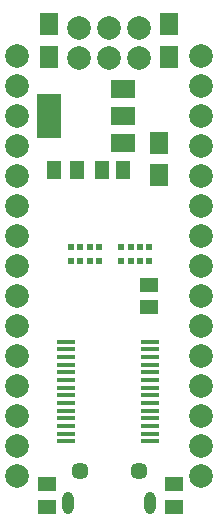
<source format=gbr>
%TF.GenerationSoftware,Altium Limited,Altium Designer,19.1.8 (144)*%
G04 Layer_Color=255*
%FSLAX26Y26*%
%MOIN*%
%TF.FileFunction,Pads,Bot*%
%TF.Part,Single*%
G01*
G75*
%TA.AperFunction,ComponentPad*%
%ADD24C,0.031496*%
%ADD25C,0.078740*%
%ADD26C,0.057087*%
%ADD27O,0.037402X0.074803*%
%TA.AperFunction,SMDPad,CuDef*%
%ADD31R,0.062992X0.051181*%
%ADD32R,0.059500X0.017000*%
%ADD33R,0.019685X0.023622*%
%ADD34R,0.051181X0.062992*%
%ADD35R,0.079000X0.059000*%
%ADD36R,0.079000X0.150000*%
%ADD37R,0.059055X0.076772*%
%TA.AperFunction,ConnectorPad*%
%ADD38R,0.059055X0.076772*%
%TA.AperFunction,SMDPad,CuDef*%
%ADD39R,0.051181X0.059055*%
D24*
X115443Y1371387D02*
D03*
Y1322175D02*
D03*
Y1272963D02*
D03*
X154813D02*
D03*
Y1322175D02*
D03*
Y1371387D02*
D03*
D25*
X437175Y1513175D02*
D03*
X337175D02*
D03*
X237175D02*
D03*
X437175Y1613175D02*
D03*
X337175D02*
D03*
X237175D02*
D03*
X644175Y1521323D02*
D03*
Y1421323D02*
D03*
Y1321323D02*
D03*
Y1221323D02*
D03*
Y1121323D02*
D03*
Y1021323D02*
D03*
Y921323D02*
D03*
Y821323D02*
D03*
Y721323D02*
D03*
Y621323D02*
D03*
Y521323D02*
D03*
Y421323D02*
D03*
Y321323D02*
D03*
Y221323D02*
D03*
Y121323D02*
D03*
X30175Y1521323D02*
D03*
Y1421323D02*
D03*
Y1321323D02*
D03*
Y1221323D02*
D03*
Y1121323D02*
D03*
Y1021323D02*
D03*
Y921323D02*
D03*
Y821323D02*
D03*
Y721323D02*
D03*
Y621323D02*
D03*
Y521323D02*
D03*
Y421323D02*
D03*
Y321323D02*
D03*
Y221323D02*
D03*
Y121323D02*
D03*
D26*
X238749Y136175D02*
D03*
X435601D02*
D03*
D27*
X199379Y29875D02*
D03*
X474971D02*
D03*
D31*
X131175Y93577D02*
D03*
Y18773D02*
D03*
X553175Y93577D02*
D03*
Y18773D02*
D03*
X471521Y683921D02*
D03*
Y758725D02*
D03*
D32*
X192425Y568513D02*
D03*
Y542923D02*
D03*
Y517333D02*
D03*
Y491741D02*
D03*
Y466151D02*
D03*
Y440561D02*
D03*
Y414971D02*
D03*
Y389379D02*
D03*
Y363789D02*
D03*
Y338199D02*
D03*
Y312609D02*
D03*
Y287017D02*
D03*
Y261427D02*
D03*
Y235837D02*
D03*
X471925D02*
D03*
Y261427D02*
D03*
Y287017D02*
D03*
Y312609D02*
D03*
Y338199D02*
D03*
Y363789D02*
D03*
Y389379D02*
D03*
Y414971D02*
D03*
Y440561D02*
D03*
Y466151D02*
D03*
Y491741D02*
D03*
Y517333D02*
D03*
Y542923D02*
D03*
Y568513D02*
D03*
D33*
X377033Y836605D02*
D03*
X408529D02*
D03*
X440025D02*
D03*
X471521D02*
D03*
X377033Y885605D02*
D03*
X408529D02*
D03*
X440025D02*
D03*
X471521D02*
D03*
X303671D02*
D03*
X272175D02*
D03*
X240679D02*
D03*
X209183D02*
D03*
X303671Y836605D02*
D03*
X272175D02*
D03*
X240679D02*
D03*
X209183D02*
D03*
D34*
X154773Y1142175D02*
D03*
X229577D02*
D03*
D35*
X383865Y1410825D02*
D03*
Y1320825D02*
D03*
Y1230825D02*
D03*
D36*
X135865Y1321825D02*
D03*
D37*
X502175Y1230825D02*
D03*
Y1122557D02*
D03*
D38*
X537175Y1518041D02*
D03*
Y1626309D02*
D03*
X137175Y1518041D02*
D03*
Y1626309D02*
D03*
D39*
X314967Y1142175D02*
D03*
X383865D02*
D03*
%TF.MD5,6b32a912becbe502ca8213cce1b84a00*%
M02*

</source>
